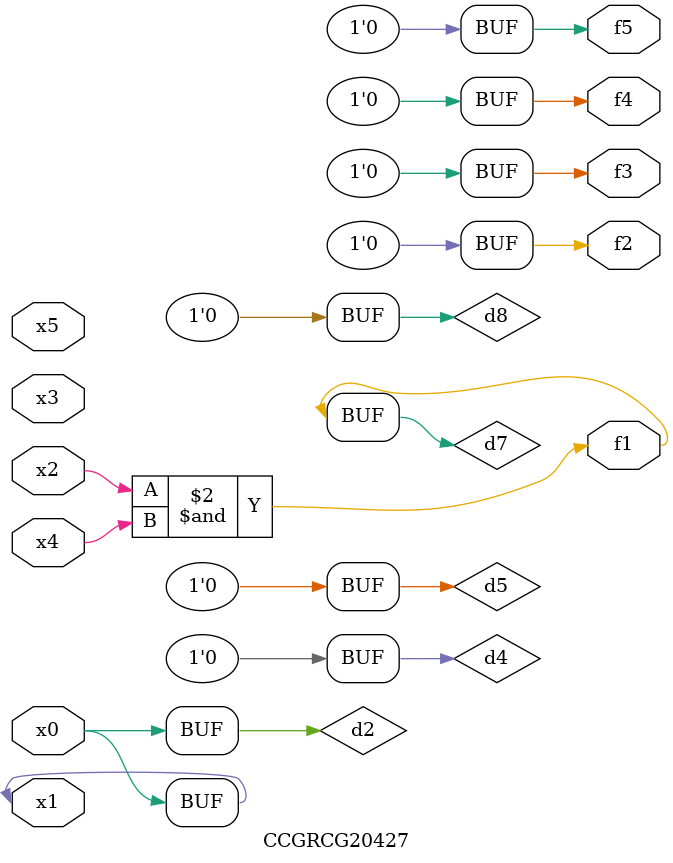
<source format=v>
module CCGRCG20427(
	input x0, x1, x2, x3, x4, x5,
	output f1, f2, f3, f4, f5
);

	wire d1, d2, d3, d4, d5, d6, d7, d8, d9;

	nand (d1, x1);
	buf (d2, x0, x1);
	nand (d3, x2, x4);
	and (d4, d1, d2);
	and (d5, d1, d2);
	nand (d6, d1, d3);
	not (d7, d3);
	xor (d8, d5);
	nor (d9, d5, d6);
	assign f1 = d7;
	assign f2 = d8;
	assign f3 = d8;
	assign f4 = d8;
	assign f5 = d8;
endmodule

</source>
